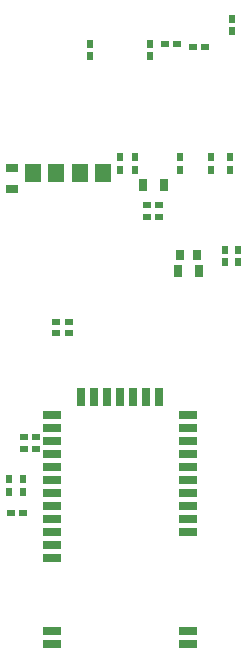
<source format=gbp>
G04 Layer_Color=128*
%FSLAX24Y24*%
%MOIN*%
G70*
G01*
G75*
%ADD12R,0.0250X0.0200*%
%ADD17R,0.0400X0.0300*%
%ADD18R,0.0300X0.0400*%
%ADD25R,0.0520X0.0600*%
%ADD51R,0.0200X0.0250*%
%ADD52R,0.0591X0.0276*%
%ADD53R,0.0276X0.0591*%
%ADD54R,0.0276X0.0354*%
D12*
X1083Y4990D02*
D03*
X669D02*
D03*
X2175Y10994D02*
D03*
X2589D02*
D03*
X1516Y7530D02*
D03*
X1102D02*
D03*
X1516Y7146D02*
D03*
X1102D02*
D03*
X2185Y11358D02*
D03*
X2598D02*
D03*
X5197Y15276D02*
D03*
X5610D02*
D03*
X5197Y14862D02*
D03*
X5610D02*
D03*
X6732Y20531D02*
D03*
X7146D02*
D03*
X5797Y20640D02*
D03*
X6211D02*
D03*
D17*
X706Y16505D02*
D03*
Y15805D02*
D03*
D18*
X5057Y15918D02*
D03*
X5757D02*
D03*
X6241Y13049D02*
D03*
X6941D02*
D03*
D25*
X2972Y16319D02*
D03*
X3726D02*
D03*
X2156D02*
D03*
X1401D02*
D03*
D51*
X7815Y13366D02*
D03*
Y13780D02*
D03*
X8238Y13366D02*
D03*
Y13780D02*
D03*
X600Y6122D02*
D03*
Y5709D02*
D03*
X7972Y16850D02*
D03*
Y16437D02*
D03*
X4301D02*
D03*
Y16850D02*
D03*
X5300Y20640D02*
D03*
Y20226D02*
D03*
X4793Y16850D02*
D03*
Y16437D02*
D03*
X8022Y21053D02*
D03*
Y21467D02*
D03*
X7352Y16437D02*
D03*
Y16850D02*
D03*
X6299Y16437D02*
D03*
Y16850D02*
D03*
X3300Y20640D02*
D03*
Y20226D02*
D03*
X1083Y6122D02*
D03*
Y5709D02*
D03*
D52*
X2047Y3504D02*
D03*
X6575Y4370D02*
D03*
X2047Y5669D02*
D03*
Y5236D02*
D03*
Y8268D02*
D03*
Y7835D02*
D03*
Y4803D02*
D03*
Y6535D02*
D03*
Y3937D02*
D03*
X6575Y4803D02*
D03*
X2047Y4370D02*
D03*
Y6968D02*
D03*
Y6102D02*
D03*
X6575Y7402D02*
D03*
Y5669D02*
D03*
Y5236D02*
D03*
X2047Y7402D02*
D03*
X6575Y6968D02*
D03*
Y6535D02*
D03*
Y6102D02*
D03*
Y7835D02*
D03*
Y8268D02*
D03*
Y1063D02*
D03*
Y630D02*
D03*
X2050Y1063D02*
D03*
Y630D02*
D03*
D53*
X5610Y8878D02*
D03*
X5177D02*
D03*
X3445D02*
D03*
X4744D02*
D03*
X4311D02*
D03*
X3878D02*
D03*
X3012D02*
D03*
D54*
X6319Y13602D02*
D03*
X6870D02*
D03*
M02*

</source>
